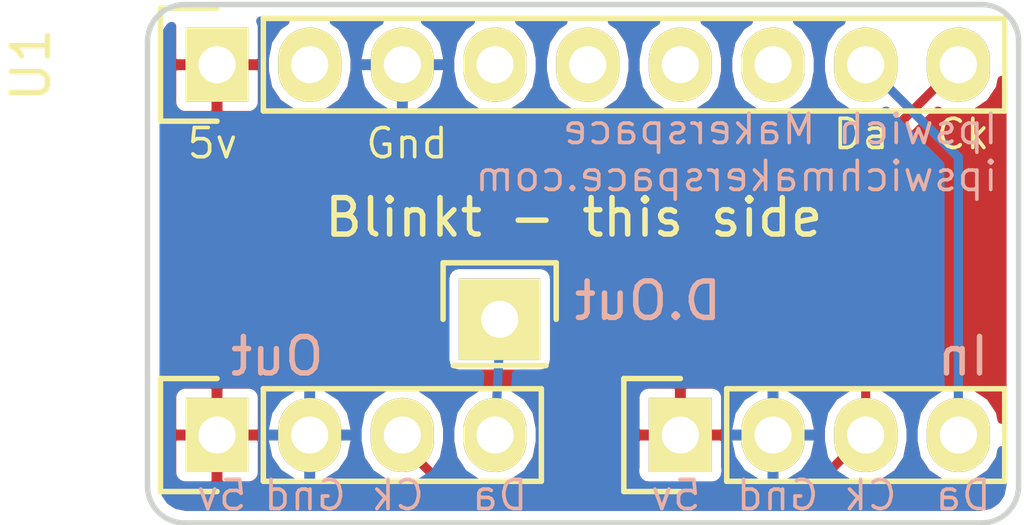
<source format=kicad_pcb>
(kicad_pcb (version 4) (host pcbnew 4.0.4-stable)

  (general
    (links 8)
    (no_connects 0)
    (area 148.23 107.879999 178.24 122.503001)
    (thickness 1.6)
    (drawings 21)
    (tracks 10)
    (zones 0)
    (modules 4)
    (nets 6)
  )

  (page A4)
  (layers
    (0 F.Cu signal)
    (31 B.Cu signal)
    (32 B.Adhes user)
    (33 F.Adhes user)
    (34 B.Paste user)
    (35 F.Paste user)
    (36 B.SilkS user)
    (37 F.SilkS user)
    (38 B.Mask user)
    (39 F.Mask user)
    (40 Dwgs.User user)
    (41 Cmts.User user)
    (42 Eco1.User user)
    (43 Eco2.User user)
    (44 Edge.Cuts user)
    (45 Margin user)
    (46 B.CrtYd user)
    (47 F.CrtYd user)
    (48 B.Fab user)
    (49 F.Fab user)
  )

  (setup
    (last_trace_width 0.25)
    (trace_clearance 0.2)
    (zone_clearance 0.254)
    (zone_45_only no)
    (trace_min 0.2)
    (segment_width 0.2)
    (edge_width 0.15)
    (via_size 0.6)
    (via_drill 0.4)
    (via_min_size 0.4)
    (via_min_drill 0.3)
    (uvia_size 0.3)
    (uvia_drill 0.1)
    (uvias_allowed no)
    (uvia_min_size 0.2)
    (uvia_min_drill 0.1)
    (pcb_text_width 0.3)
    (pcb_text_size 1.5 1.5)
    (mod_edge_width 0.15)
    (mod_text_size 1 1)
    (mod_text_width 0.15)
    (pad_size 1.524 1.524)
    (pad_drill 0.762)
    (pad_to_mask_clearance 0.2)
    (aux_axis_origin 0 0)
    (visible_elements FFFFFF7F)
    (pcbplotparams
      (layerselection 0x010f0_80000001)
      (usegerberextensions false)
      (excludeedgelayer true)
      (linewidth 0.100000)
      (plotframeref false)
      (viasonmask false)
      (mode 1)
      (useauxorigin false)
      (hpglpennumber 1)
      (hpglpenspeed 20)
      (hpglpendiameter 15)
      (hpglpenoverlay 2)
      (psnegative false)
      (psa4output false)
      (plotreference true)
      (plotvalue true)
      (plotinvisibletext false)
      (padsonsilk false)
      (subtractmaskfromsilk false)
      (outputformat 1)
      (mirror false)
      (drillshape 0)
      (scaleselection 1)
      (outputdirectory ""))
  )

  (net 0 "")
  (net 1 "Net-(P1-Pad1)")
  (net 2 "Net-(P1-Pad2)")
  (net 3 "Net-(P1-Pad3)")
  (net 4 "Net-(P1-Pad4)")
  (net 5 "Net-(P2-Pad4)")

  (net_class Default "This is the default net class."
    (clearance 0.2)
    (trace_width 0.25)
    (via_dia 0.6)
    (via_drill 0.4)
    (uvia_dia 0.3)
    (uvia_drill 0.1)
    (add_net "Net-(P1-Pad1)")
    (add_net "Net-(P1-Pad2)")
    (add_net "Net-(P1-Pad3)")
    (add_net "Net-(P1-Pad4)")
    (add_net "Net-(P2-Pad4)")
  )

  (module Pin_Headers:Pin_Header_Straight_1x09 locked (layer F.Cu) (tedit 58A78AD5) (tstamp 58A77EF1)
    (at 154.305 109.855 90)
    (descr "Through hole pin header")
    (tags "pin header")
    (path /58A77B56)
    (fp_text reference U1 (at 0 -5.1 90) (layer F.SilkS)
      (effects (font (size 1 1) (thickness 0.15)))
    )
    (fp_text value Blinkt (at -2.54 10.16 180) (layer F.Fab) hide
      (effects (font (size 1 1) (thickness 0.15)))
    )
    (fp_line (start -1.75 -1.75) (end -1.75 22.1) (layer F.CrtYd) (width 0.05))
    (fp_line (start 1.75 -1.75) (end 1.75 22.1) (layer F.CrtYd) (width 0.05))
    (fp_line (start -1.75 -1.75) (end 1.75 -1.75) (layer F.CrtYd) (width 0.05))
    (fp_line (start -1.75 22.1) (end 1.75 22.1) (layer F.CrtYd) (width 0.05))
    (fp_line (start 1.27 1.27) (end 1.27 21.59) (layer F.SilkS) (width 0.15))
    (fp_line (start 1.27 21.59) (end -1.27 21.59) (layer F.SilkS) (width 0.15))
    (fp_line (start -1.27 21.59) (end -1.27 1.27) (layer F.SilkS) (width 0.15))
    (fp_line (start 1.55 -1.55) (end 1.55 0) (layer F.SilkS) (width 0.15))
    (fp_line (start 1.27 1.27) (end -1.27 1.27) (layer F.SilkS) (width 0.15))
    (fp_line (start -1.55 0) (end -1.55 -1.55) (layer F.SilkS) (width 0.15))
    (fp_line (start -1.55 -1.55) (end 1.55 -1.55) (layer F.SilkS) (width 0.15))
    (pad 1 thru_hole rect (at 0 0 90) (size 2.032 1.7272) (drill 1.016) (layers *.Cu *.Mask F.SilkS)
      (net 1 "Net-(P1-Pad1)"))
    (pad 2 thru_hole oval (at 0 2.54 90) (size 2.032 1.7272) (drill 1.016) (layers *.Cu *.Mask F.SilkS))
    (pad 3 thru_hole oval (at 0 5.08 90) (size 2.032 1.7272) (drill 1.016) (layers *.Cu *.Mask F.SilkS)
      (net 2 "Net-(P1-Pad2)"))
    (pad 4 thru_hole oval (at 0 7.62 90) (size 2.032 1.7272) (drill 1.016) (layers *.Cu *.Mask F.SilkS))
    (pad 5 thru_hole oval (at 0 10.16 90) (size 2.032 1.7272) (drill 1.016) (layers *.Cu *.Mask F.SilkS))
    (pad 6 thru_hole oval (at 0 12.7 90) (size 2.032 1.7272) (drill 1.016) (layers *.Cu *.Mask F.SilkS))
    (pad 7 thru_hole oval (at 0 15.24 90) (size 2.032 1.7272) (drill 1.016) (layers *.Cu *.Mask F.SilkS))
    (pad 8 thru_hole oval (at 0 17.78 90) (size 2.032 1.7272) (drill 1.016) (layers *.Cu *.Mask F.SilkS)
      (net 5 "Net-(P2-Pad4)"))
    (pad 9 thru_hole oval (at 0 20.32 90) (size 2.032 1.7272) (drill 1.016) (layers *.Cu *.Mask F.SilkS)
      (net 3 "Net-(P1-Pad3)"))
    (model Pin_Headers.3dshapes/Pin_Header_Straight_1x09.wrl
      (at (xyz 0 -0.4 0))
      (scale (xyz 1 1 1))
      (rotate (xyz 0 0 90))
    )
  )

  (module Pin_Headers:Pin_Header_Straight_1x04 (layer F.Cu) (tedit 58A78B1B) (tstamp 58A77EDC)
    (at 154.305 120.015 90)
    (descr "Through hole pin header")
    (tags "pin header")
    (path /58A77D51)
    (fp_text reference Out (at 2.159 1.651 180) (layer B.SilkS)
      (effects (font (size 1 1) (thickness 0.15)) (justify mirror))
    )
    (fp_text value Out (at 2.54 0.635 180) (layer F.Fab) hide
      (effects (font (size 1 1) (thickness 0.15)))
    )
    (fp_line (start -1.75 -1.75) (end -1.75 9.4) (layer F.CrtYd) (width 0.05))
    (fp_line (start 1.75 -1.75) (end 1.75 9.4) (layer F.CrtYd) (width 0.05))
    (fp_line (start -1.75 -1.75) (end 1.75 -1.75) (layer F.CrtYd) (width 0.05))
    (fp_line (start -1.75 9.4) (end 1.75 9.4) (layer F.CrtYd) (width 0.05))
    (fp_line (start -1.27 1.27) (end -1.27 8.89) (layer F.SilkS) (width 0.15))
    (fp_line (start 1.27 1.27) (end 1.27 8.89) (layer F.SilkS) (width 0.15))
    (fp_line (start 1.55 -1.55) (end 1.55 0) (layer F.SilkS) (width 0.15))
    (fp_line (start -1.27 8.89) (end 1.27 8.89) (layer F.SilkS) (width 0.15))
    (fp_line (start 1.27 1.27) (end -1.27 1.27) (layer F.SilkS) (width 0.15))
    (fp_line (start -1.55 0) (end -1.55 -1.55) (layer F.SilkS) (width 0.15))
    (fp_line (start -1.55 -1.55) (end 1.55 -1.55) (layer F.SilkS) (width 0.15))
    (pad 1 thru_hole rect (at 0 0 90) (size 2.032 1.7272) (drill 1.016) (layers *.Cu *.Mask F.SilkS)
      (net 1 "Net-(P1-Pad1)"))
    (pad 2 thru_hole oval (at 0 2.54 90) (size 2.032 1.7272) (drill 1.016) (layers *.Cu *.Mask F.SilkS)
      (net 2 "Net-(P1-Pad2)"))
    (pad 3 thru_hole oval (at 0 5.08 90) (size 2.032 1.7272) (drill 1.016) (layers *.Cu *.Mask F.SilkS)
      (net 3 "Net-(P1-Pad3)"))
    (pad 4 thru_hole oval (at 0 7.62 90) (size 2.032 1.7272) (drill 1.016) (layers *.Cu *.Mask F.SilkS)
      (net 4 "Net-(P1-Pad4)"))
    (model Pin_Headers.3dshapes/Pin_Header_Straight_1x04.wrl
      (at (xyz 0 -0.15 0))
      (scale (xyz 1 1 1))
      (rotate (xyz 0 0 90))
    )
  )

  (module Pin_Headers:Pin_Header_Straight_1x04 (layer F.Cu) (tedit 58A78C31) (tstamp 58A77EE4)
    (at 167.005 120.015 90)
    (descr "Through hole pin header")
    (tags "pin header")
    (path /58A77E2F)
    (fp_text reference In (at 2.159 7.747 180) (layer B.SilkS)
      (effects (font (size 1 1) (thickness 0.15)) (justify mirror))
    )
    (fp_text value In (at 2.54 0 180) (layer F.Fab) hide
      (effects (font (size 1 1) (thickness 0.15)))
    )
    (fp_line (start -1.75 -1.75) (end -1.75 9.4) (layer F.CrtYd) (width 0.05))
    (fp_line (start 1.75 -1.75) (end 1.75 9.4) (layer F.CrtYd) (width 0.05))
    (fp_line (start -1.75 -1.75) (end 1.75 -1.75) (layer F.CrtYd) (width 0.05))
    (fp_line (start -1.75 9.4) (end 1.75 9.4) (layer F.CrtYd) (width 0.05))
    (fp_line (start -1.27 1.27) (end -1.27 8.89) (layer F.SilkS) (width 0.15))
    (fp_line (start 1.27 1.27) (end 1.27 8.89) (layer F.SilkS) (width 0.15))
    (fp_line (start 1.55 -1.55) (end 1.55 0) (layer F.SilkS) (width 0.15))
    (fp_line (start -1.27 8.89) (end 1.27 8.89) (layer F.SilkS) (width 0.15))
    (fp_line (start 1.27 1.27) (end -1.27 1.27) (layer F.SilkS) (width 0.15))
    (fp_line (start -1.55 0) (end -1.55 -1.55) (layer F.SilkS) (width 0.15))
    (fp_line (start -1.55 -1.55) (end 1.55 -1.55) (layer F.SilkS) (width 0.15))
    (pad 1 thru_hole rect (at 0 0 90) (size 2.032 1.7272) (drill 1.016) (layers *.Cu *.Mask F.SilkS)
      (net 1 "Net-(P1-Pad1)"))
    (pad 2 thru_hole oval (at 0 2.54 90) (size 2.032 1.7272) (drill 1.016) (layers *.Cu *.Mask F.SilkS)
      (net 2 "Net-(P1-Pad2)"))
    (pad 3 thru_hole oval (at 0 5.08 90) (size 2.032 1.7272) (drill 1.016) (layers *.Cu *.Mask F.SilkS)
      (net 3 "Net-(P1-Pad3)"))
    (pad 4 thru_hole oval (at 0 7.62 90) (size 2.032 1.7272) (drill 1.016) (layers *.Cu *.Mask F.SilkS)
      (net 5 "Net-(P2-Pad4)"))
    (model Pin_Headers.3dshapes/Pin_Header_Straight_1x04.wrl
      (at (xyz 0 -0.15 0))
      (scale (xyz 1 1 1))
      (rotate (xyz 0 0 90))
    )
  )

  (module Pin_Headers:Pin_Header_Straight_1x01 (layer F.Cu) (tedit 58A78DD6) (tstamp 58A78362)
    (at 162.052 116.84)
    (descr "Through hole pin header")
    (tags "pin header")
    (path /58A78315)
    (fp_text reference "Blinkt - this side" (at 2.032 -2.794) (layer F.SilkS)
      (effects (font (size 1 1) (thickness 0.15)))
    )
    (fp_text value D.Out (at 4.064 -0.508) (layer B.SilkS)
      (effects (font (size 1 1) (thickness 0.15)) (justify mirror))
    )
    (fp_line (start 1.55 -1.55) (end 1.55 0) (layer F.SilkS) (width 0.15))
    (fp_line (start -1.75 -1.75) (end -1.75 1.75) (layer F.CrtYd) (width 0.05))
    (fp_line (start 1.75 -1.75) (end 1.75 1.75) (layer F.CrtYd) (width 0.05))
    (fp_line (start -1.75 -1.75) (end 1.75 -1.75) (layer F.CrtYd) (width 0.05))
    (fp_line (start -1.75 1.75) (end 1.75 1.75) (layer F.CrtYd) (width 0.05))
    (fp_line (start -1.55 0) (end -1.55 -1.55) (layer F.SilkS) (width 0.15))
    (fp_line (start -1.55 -1.55) (end 1.55 -1.55) (layer F.SilkS) (width 0.15))
    (fp_line (start -1.27 1.27) (end 1.27 1.27) (layer F.SilkS) (width 0.15))
    (pad 1 thru_hole rect (at 0 0) (size 2.2352 2.2352) (drill 1.016) (layers *.Cu *.Mask F.SilkS)
      (net 4 "Net-(P1-Pad4)"))
    (model Pin_Headers.3dshapes/Pin_Header_Straight_1x01.wrl
      (at (xyz 0 0 0))
      (scale (xyz 1 1 1))
      (rotate (xyz 0 0 90))
    )
  )

  (gr_text Ck (at 174.752 111.76) (layer F.SilkS)
    (effects (font (size 0.8 0.8) (thickness 0.1)))
  )
  (gr_text Da (at 171.958 111.76) (layer F.SilkS)
    (effects (font (size 0.8 0.8) (thickness 0.1)))
  )
  (gr_text Gnd (at 159.512 112.014) (layer F.SilkS)
    (effects (font (size 0.8 0.8) (thickness 0.1)))
  )
  (gr_text 5v (at 154.178 112.014) (layer F.SilkS)
    (effects (font (size 0.8 0.8) (thickness 0.1)))
  )
  (gr_text Da (at 174.752 121.666) (layer B.SilkS)
    (effects (font (size 0.8 0.8) (thickness 0.1)) (justify mirror))
  )
  (gr_text Da (at 162.052 121.666) (layer B.SilkS)
    (effects (font (size 0.8 0.8) (thickness 0.1)) (justify mirror))
  )
  (gr_text Ck (at 172.212 121.666) (layer B.SilkS)
    (effects (font (size 0.8 0.8) (thickness 0.1)) (justify mirror))
  )
  (gr_text Ck (at 159.258 121.666) (layer B.SilkS)
    (effects (font (size 0.8 0.8) (thickness 0.1)) (justify mirror))
  )
  (gr_text "Gnd\n" (at 169.672 121.666) (layer B.SilkS)
    (effects (font (size 0.8 0.8) (thickness 0.1)) (justify mirror))
  )
  (gr_text "Gnd\n" (at 156.718 121.666) (layer B.SilkS)
    (effects (font (size 0.8 0.8) (thickness 0.1)) (justify mirror))
  )
  (gr_text 5v (at 166.878 121.666) (layer B.SilkS)
    (effects (font (size 0.8 0.8) (thickness 0.1)) (justify mirror))
  )
  (gr_text 5v (at 154.432 121.666) (layer B.SilkS)
    (effects (font (size 0.8 0.8) (thickness 0.1)) (justify mirror))
  )
  (gr_text "Ipswich Makerspace\nipswichmakerspace.com" (at 175.768 112.268) (layer B.SilkS)
    (effects (font (size 0.8 0.8) (thickness 0.1)) (justify left mirror))
  )
  (gr_line (start 153.416 108.204) (end 175.26 108.204) (angle 90) (layer Edge.Cuts) (width 0.15))
  (gr_line (start 152.4 121.412) (end 152.4 109.22) (angle 90) (layer Edge.Cuts) (width 0.15))
  (gr_line (start 175.26 122.428) (end 153.416 122.428) (angle 90) (layer Edge.Cuts) (width 0.15))
  (gr_line (start 176.276 109.22) (end 176.276 121.412) (angle 90) (layer Edge.Cuts) (width 0.15))
  (gr_arc (start 175.26 121.412) (end 176.276 121.412) (angle 90) (layer Edge.Cuts) (width 0.15))
  (gr_arc (start 153.416 121.412) (end 153.416 122.428) (angle 90) (layer Edge.Cuts) (width 0.15))
  (gr_arc (start 153.416 109.22) (end 152.4 109.22) (angle 90) (layer Edge.Cuts) (width 0.15))
  (gr_arc (start 175.26 109.22) (end 175.26 108.204) (angle 90) (layer Edge.Cuts) (width 0.15))

  (segment (start 172.085 120.015) (end 170.688 121.412) (width 0.25) (layer F.Cu) (net 3) (status 400000))
  (segment (start 160.528 121.412) (end 159.385 120.269) (width 0.25) (layer F.Cu) (net 3) (tstamp 58A7889E) (status 800000))
  (segment (start 170.688 121.412) (end 160.528 121.412) (width 0.25) (layer F.Cu) (net 3) (tstamp 58A7889A))
  (segment (start 159.385 120.269) (end 159.385 120.015) (width 0.25) (layer F.Cu) (net 3) (tstamp 58A788A1) (status C00000))
  (segment (start 172.085 120.015) (end 172.085 112.395) (width 0.25) (layer F.Cu) (net 3) (status 10))
  (segment (start 172.085 112.395) (end 174.625 109.855) (width 0.25) (layer F.Cu) (net 3) (tstamp 58A78086))
  (segment (start 162.052 116.84) (end 162.052 117.475) (width 0.25) (layer B.Cu) (net 4) (status 30))
  (segment (start 162.052 117.475) (end 161.925 120.015) (width 0.25) (layer B.Cu) (net 4) (tstamp 58A783E9) (status 10))
  (segment (start 174.625 120.015) (end 174.625 112.395) (width 0.25) (layer B.Cu) (net 5) (status 10))
  (segment (start 174.625 112.395) (end 172.085 109.855) (width 0.25) (layer B.Cu) (net 5) (tstamp 58A78147))

  (zone (net 1) (net_name "Net-(P1-Pad1)") (layer F.Cu) (tstamp 58A7872A) (hatch edge 0.508)
    (connect_pads (clearance 0.254))
    (min_thickness 0.254)
    (fill yes (arc_segments 16) (thermal_gap 0.254) (thermal_bridge_width 0.3))
    (polygon
      (pts
        (xy 152.4 108.204) (xy 176.276 108.204) (xy 176.276 122.428) (xy 152.4 122.428)
      )
    )
    (filled_polygon
      (pts
        (xy 155.964935 108.795166) (xy 155.69514 109.198943) (xy 155.6004 109.675231) (xy 155.6004 110.034769) (xy 155.69514 110.511057)
        (xy 155.964935 110.914834) (xy 156.368712 111.184629) (xy 156.845 111.279369) (xy 157.321288 111.184629) (xy 157.725065 110.914834)
        (xy 157.99486 110.511057) (xy 158.0896 110.034769) (xy 158.0896 109.675231) (xy 157.99486 109.198943) (xy 157.725065 108.795166)
        (xy 157.522775 108.66) (xy 158.707225 108.66) (xy 158.504935 108.795166) (xy 158.23514 109.198943) (xy 158.1404 109.675231)
        (xy 158.1404 110.034769) (xy 158.23514 110.511057) (xy 158.504935 110.914834) (xy 158.908712 111.184629) (xy 159.385 111.279369)
        (xy 159.861288 111.184629) (xy 160.265065 110.914834) (xy 160.53486 110.511057) (xy 160.6296 110.034769) (xy 160.6296 109.675231)
        (xy 160.53486 109.198943) (xy 160.265065 108.795166) (xy 160.062775 108.66) (xy 161.247225 108.66) (xy 161.044935 108.795166)
        (xy 160.77514 109.198943) (xy 160.6804 109.675231) (xy 160.6804 110.034769) (xy 160.77514 110.511057) (xy 161.044935 110.914834)
        (xy 161.448712 111.184629) (xy 161.925 111.279369) (xy 162.401288 111.184629) (xy 162.805065 110.914834) (xy 163.07486 110.511057)
        (xy 163.1696 110.034769) (xy 163.1696 109.675231) (xy 163.07486 109.198943) (xy 162.805065 108.795166) (xy 162.602775 108.66)
        (xy 163.787225 108.66) (xy 163.584935 108.795166) (xy 163.31514 109.198943) (xy 163.2204 109.675231) (xy 163.2204 110.034769)
        (xy 163.31514 110.511057) (xy 163.584935 110.914834) (xy 163.988712 111.184629) (xy 164.465 111.279369) (xy 164.941288 111.184629)
        (xy 165.345065 110.914834) (xy 165.61486 110.511057) (xy 165.7096 110.034769) (xy 165.7096 109.675231) (xy 165.61486 109.198943)
        (xy 165.345065 108.795166) (xy 165.142775 108.66) (xy 166.327225 108.66) (xy 166.124935 108.795166) (xy 165.85514 109.198943)
        (xy 165.7604 109.675231) (xy 165.7604 110.034769) (xy 165.85514 110.511057) (xy 166.124935 110.914834) (xy 166.528712 111.184629)
        (xy 167.005 111.279369) (xy 167.481288 111.184629) (xy 167.885065 110.914834) (xy 168.15486 110.511057) (xy 168.2496 110.034769)
        (xy 168.2496 109.675231) (xy 168.15486 109.198943) (xy 167.885065 108.795166) (xy 167.682775 108.66) (xy 168.867225 108.66)
        (xy 168.664935 108.795166) (xy 168.39514 109.198943) (xy 168.3004 109.675231) (xy 168.3004 110.034769) (xy 168.39514 110.511057)
        (xy 168.664935 110.914834) (xy 169.068712 111.184629) (xy 169.545 111.279369) (xy 170.021288 111.184629) (xy 170.425065 110.914834)
        (xy 170.69486 110.511057) (xy 170.7896 110.034769) (xy 170.7896 109.675231) (xy 170.69486 109.198943) (xy 170.425065 108.795166)
        (xy 170.222775 108.66) (xy 171.407225 108.66) (xy 171.204935 108.795166) (xy 170.93514 109.198943) (xy 170.8404 109.675231)
        (xy 170.8404 110.034769) (xy 170.93514 110.511057) (xy 171.204935 110.914834) (xy 171.608712 111.184629) (xy 172.085 111.279369)
        (xy 172.561288 111.184629) (xy 172.617014 111.147394) (xy 171.727204 112.037204) (xy 171.617517 112.201362) (xy 171.579 112.395)
        (xy 171.579 118.705224) (xy 171.204935 118.955166) (xy 170.93514 119.358943) (xy 170.8404 119.835231) (xy 170.8404 120.194769)
        (xy 170.898343 120.486065) (xy 170.657625 120.726783) (xy 170.69486 120.671057) (xy 170.7896 120.194769) (xy 170.7896 119.835231)
        (xy 170.69486 119.358943) (xy 170.425065 118.955166) (xy 170.021288 118.685371) (xy 169.545 118.590631) (xy 169.068712 118.685371)
        (xy 168.664935 118.955166) (xy 168.39514 119.358943) (xy 168.3004 119.835231) (xy 168.3004 120.194769) (xy 168.39514 120.671057)
        (xy 168.552124 120.906) (xy 168.2496 120.906) (xy 168.2496 120.13325) (xy 168.15435 120.038) (xy 167.028 120.038)
        (xy 167.028 120.058) (xy 166.982 120.058) (xy 166.982 120.038) (xy 165.85565 120.038) (xy 165.7604 120.13325)
        (xy 165.7604 120.906) (xy 162.917876 120.906) (xy 163.07486 120.671057) (xy 163.1696 120.194769) (xy 163.1696 119.835231)
        (xy 163.07486 119.358943) (xy 162.805065 118.955166) (xy 162.757246 118.923214) (xy 165.7604 118.923214) (xy 165.7604 119.89675)
        (xy 165.85565 119.992) (xy 166.982 119.992) (xy 166.982 118.71325) (xy 167.028 118.71325) (xy 167.028 119.992)
        (xy 168.15435 119.992) (xy 168.2496 119.89675) (xy 168.2496 118.923214) (xy 168.191596 118.78318) (xy 168.084419 118.676004)
        (xy 167.944385 118.618) (xy 167.12325 118.618) (xy 167.028 118.71325) (xy 166.982 118.71325) (xy 166.88675 118.618)
        (xy 166.065615 118.618) (xy 165.925581 118.676004) (xy 165.818404 118.78318) (xy 165.7604 118.923214) (xy 162.757246 118.923214)
        (xy 162.401288 118.685371) (xy 161.925 118.590631) (xy 161.448712 118.685371) (xy 161.044935 118.955166) (xy 160.77514 119.358943)
        (xy 160.6804 119.835231) (xy 160.6804 120.194769) (xy 160.77514 120.671057) (xy 160.932124 120.906) (xy 160.737592 120.906)
        (xy 160.521958 120.690366) (xy 160.53486 120.671057) (xy 160.6296 120.194769) (xy 160.6296 119.835231) (xy 160.53486 119.358943)
        (xy 160.265065 118.955166) (xy 159.861288 118.685371) (xy 159.385 118.590631) (xy 158.908712 118.685371) (xy 158.504935 118.955166)
        (xy 158.23514 119.358943) (xy 158.1404 119.835231) (xy 158.1404 120.194769) (xy 158.23514 120.671057) (xy 158.504935 121.074834)
        (xy 158.908712 121.344629) (xy 159.385 121.439369) (xy 159.764324 121.363916) (xy 160.170204 121.769796) (xy 160.334362 121.879483)
        (xy 160.528 121.918) (xy 170.688 121.918) (xy 170.881638 121.879483) (xy 171.045796 121.769796) (xy 171.526137 121.289455)
        (xy 171.608712 121.344629) (xy 172.085 121.439369) (xy 172.561288 121.344629) (xy 172.965065 121.074834) (xy 173.23486 120.671057)
        (xy 173.3296 120.194769) (xy 173.3296 119.835231) (xy 173.23486 119.358943) (xy 172.965065 118.955166) (xy 172.591 118.705224)
        (xy 172.591 112.604592) (xy 174.066137 111.129455) (xy 174.148712 111.184629) (xy 174.625 111.279369) (xy 175.101288 111.184629)
        (xy 175.505065 110.914834) (xy 175.77486 110.511057) (xy 175.82 110.284124) (xy 175.82 119.585876) (xy 175.77486 119.358943)
        (xy 175.505065 118.955166) (xy 175.101288 118.685371) (xy 174.625 118.590631) (xy 174.148712 118.685371) (xy 173.744935 118.955166)
        (xy 173.47514 119.358943) (xy 173.3804 119.835231) (xy 173.3804 120.194769) (xy 173.47514 120.671057) (xy 173.744935 121.074834)
        (xy 174.148712 121.344629) (xy 174.625 121.439369) (xy 175.101288 121.344629) (xy 175.505065 121.074834) (xy 175.77486 120.671057)
        (xy 175.82 120.444124) (xy 175.82 121.367089) (xy 175.76912 121.622882) (xy 175.649662 121.801662) (xy 175.470882 121.92112)
        (xy 175.215089 121.972) (xy 153.460911 121.972) (xy 153.205118 121.92112) (xy 153.026338 121.801662) (xy 152.90688 121.622882)
        (xy 152.856 121.367089) (xy 152.856 120.13325) (xy 153.0604 120.13325) (xy 153.0604 121.106786) (xy 153.118404 121.24682)
        (xy 153.225581 121.353996) (xy 153.365615 121.412) (xy 154.18675 121.412) (xy 154.282 121.31675) (xy 154.282 120.038)
        (xy 154.328 120.038) (xy 154.328 121.31675) (xy 154.42325 121.412) (xy 155.244385 121.412) (xy 155.384419 121.353996)
        (xy 155.491596 121.24682) (xy 155.5496 121.106786) (xy 155.5496 120.13325) (xy 155.45435 120.038) (xy 154.328 120.038)
        (xy 154.282 120.038) (xy 153.15565 120.038) (xy 153.0604 120.13325) (xy 152.856 120.13325) (xy 152.856 118.923214)
        (xy 153.0604 118.923214) (xy 153.0604 119.89675) (xy 153.15565 119.992) (xy 154.282 119.992) (xy 154.282 118.71325)
        (xy 154.328 118.71325) (xy 154.328 119.992) (xy 155.45435 119.992) (xy 155.5496 119.89675) (xy 155.5496 119.835231)
        (xy 155.6004 119.835231) (xy 155.6004 120.194769) (xy 155.69514 120.671057) (xy 155.964935 121.074834) (xy 156.368712 121.344629)
        (xy 156.845 121.439369) (xy 157.321288 121.344629) (xy 157.725065 121.074834) (xy 157.99486 120.671057) (xy 158.0896 120.194769)
        (xy 158.0896 119.835231) (xy 157.99486 119.358943) (xy 157.725065 118.955166) (xy 157.321288 118.685371) (xy 156.845 118.590631)
        (xy 156.368712 118.685371) (xy 155.964935 118.955166) (xy 155.69514 119.358943) (xy 155.6004 119.835231) (xy 155.5496 119.835231)
        (xy 155.5496 118.923214) (xy 155.491596 118.78318) (xy 155.384419 118.676004) (xy 155.244385 118.618) (xy 154.42325 118.618)
        (xy 154.328 118.71325) (xy 154.282 118.71325) (xy 154.18675 118.618) (xy 153.365615 118.618) (xy 153.225581 118.676004)
        (xy 153.118404 118.78318) (xy 153.0604 118.923214) (xy 152.856 118.923214) (xy 152.856 115.7224) (xy 160.545936 115.7224)
        (xy 160.545936 117.9576) (xy 160.572503 118.09879) (xy 160.655946 118.228465) (xy 160.783266 118.315459) (xy 160.9344 118.346064)
        (xy 163.1696 118.346064) (xy 163.31079 118.319497) (xy 163.440465 118.236054) (xy 163.527459 118.108734) (xy 163.558064 117.9576)
        (xy 163.558064 115.7224) (xy 163.531497 115.58121) (xy 163.448054 115.451535) (xy 163.320734 115.364541) (xy 163.1696 115.333936)
        (xy 160.9344 115.333936) (xy 160.79321 115.360503) (xy 160.663535 115.443946) (xy 160.576541 115.571266) (xy 160.545936 115.7224)
        (xy 152.856 115.7224) (xy 152.856 109.97325) (xy 153.0604 109.97325) (xy 153.0604 110.946786) (xy 153.118404 111.08682)
        (xy 153.225581 111.193996) (xy 153.365615 111.252) (xy 154.18675 111.252) (xy 154.282 111.15675) (xy 154.282 109.878)
        (xy 154.328 109.878) (xy 154.328 111.15675) (xy 154.42325 111.252) (xy 155.244385 111.252) (xy 155.384419 111.193996)
        (xy 155.491596 111.08682) (xy 155.5496 110.946786) (xy 155.5496 109.97325) (xy 155.45435 109.878) (xy 154.328 109.878)
        (xy 154.282 109.878) (xy 153.15565 109.878) (xy 153.0604 109.97325) (xy 152.856 109.97325) (xy 152.856 109.264911)
        (xy 152.90688 109.009118) (xy 153.026338 108.830338) (xy 153.0604 108.807578) (xy 153.0604 109.73675) (xy 153.15565 109.832)
        (xy 154.282 109.832) (xy 154.282 109.812) (xy 154.328 109.812) (xy 154.328 109.832) (xy 155.45435 109.832)
        (xy 155.5496 109.73675) (xy 155.5496 108.763214) (xy 155.506847 108.66) (xy 156.167225 108.66)
      )
    )
  )
  (zone (net 2) (net_name "Net-(P1-Pad2)") (layer B.Cu) (tstamp 58A7875F) (hatch edge 0.508)
    (connect_pads (clearance 0.254))
    (min_thickness 0.254)
    (fill yes (arc_segments 16) (thermal_gap 0.254) (thermal_bridge_width 0.3))
    (polygon
      (pts
        (xy 176.276 122.428) (xy 152.4 122.428) (xy 152.4 108.204) (xy 176.276 108.204)
      )
    )
    (filled_polygon
      (pts
        (xy 155.964935 108.795166) (xy 155.69514 109.198943) (xy 155.6004 109.675231) (xy 155.6004 110.034769) (xy 155.69514 110.511057)
        (xy 155.964935 110.914834) (xy 156.368712 111.184629) (xy 156.845 111.279369) (xy 157.321288 111.184629) (xy 157.725065 110.914834)
        (xy 157.99486 110.511057) (xy 158.0896 110.034769) (xy 158.0896 109.878) (xy 158.1404 109.878) (xy 158.1404 110.0304)
        (xy 158.243941 110.504937) (xy 158.521198 110.903729) (xy 158.929961 111.166063) (xy 159.167618 111.232869) (xy 159.362 111.15652)
        (xy 159.362 109.878) (xy 159.408 109.878) (xy 159.408 111.15652) (xy 159.602382 111.232869) (xy 159.840039 111.166063)
        (xy 160.248802 110.903729) (xy 160.526059 110.504937) (xy 160.6296 110.0304) (xy 160.6296 109.878) (xy 159.408 109.878)
        (xy 159.362 109.878) (xy 158.1404 109.878) (xy 158.0896 109.878) (xy 158.0896 109.675231) (xy 157.99486 109.198943)
        (xy 157.725065 108.795166) (xy 157.522775 108.66) (xy 158.749114 108.66) (xy 158.521198 108.806271) (xy 158.243941 109.205063)
        (xy 158.1404 109.6796) (xy 158.1404 109.832) (xy 159.362 109.832) (xy 159.362 109.812) (xy 159.408 109.812)
        (xy 159.408 109.832) (xy 160.6296 109.832) (xy 160.6296 109.6796) (xy 160.526059 109.205063) (xy 160.248802 108.806271)
        (xy 160.020886 108.66) (xy 161.247225 108.66) (xy 161.044935 108.795166) (xy 160.77514 109.198943) (xy 160.6804 109.675231)
        (xy 160.6804 110.034769) (xy 160.77514 110.511057) (xy 161.044935 110.914834) (xy 161.448712 111.184629) (xy 161.925 111.279369)
        (xy 162.401288 111.184629) (xy 162.805065 110.914834) (xy 163.07486 110.511057) (xy 163.1696 110.034769) (xy 163.1696 109.675231)
        (xy 163.07486 109.198943) (xy 162.805065 108.795166) (xy 162.602775 108.66) (xy 163.787225 108.66) (xy 163.584935 108.795166)
        (xy 163.31514 109.198943) (xy 163.2204 109.675231) (xy 163.2204 110.034769) (xy 163.31514 110.511057) (xy 163.584935 110.914834)
        (xy 163.988712 111.184629) (xy 164.465 111.279369) (xy 164.941288 111.184629) (xy 165.345065 110.914834) (xy 165.61486 110.511057)
        (xy 165.7096 110.034769) (xy 165.7096 109.675231) (xy 165.61486 109.198943) (xy 165.345065 108.795166) (xy 165.142775 108.66)
        (xy 166.327225 108.66) (xy 166.124935 108.795166) (xy 165.85514 109.198943) (xy 165.7604 109.675231) (xy 165.7604 110.034769)
        (xy 165.85514 110.511057) (xy 166.124935 110.914834) (xy 166.528712 111.184629) (xy 167.005 111.279369) (xy 167.481288 111.184629)
        (xy 167.885065 110.914834) (xy 168.15486 110.511057) (xy 168.2496 110.034769) (xy 168.2496 109.675231) (xy 168.15486 109.198943)
        (xy 167.885065 108.795166) (xy 167.682775 108.66) (xy 168.867225 108.66) (xy 168.664935 108.795166) (xy 168.39514 109.198943)
        (xy 168.3004 109.675231) (xy 168.3004 110.034769) (xy 168.39514 110.511057) (xy 168.664935 110.914834) (xy 169.068712 111.184629)
        (xy 169.545 111.279369) (xy 170.021288 111.184629) (xy 170.425065 110.914834) (xy 170.69486 110.511057) (xy 170.7896 110.034769)
        (xy 170.7896 109.675231) (xy 170.69486 109.198943) (xy 170.425065 108.795166) (xy 170.222775 108.66) (xy 171.407225 108.66)
        (xy 171.204935 108.795166) (xy 170.93514 109.198943) (xy 170.8404 109.675231) (xy 170.8404 110.034769) (xy 170.93514 110.511057)
        (xy 171.204935 110.914834) (xy 171.608712 111.184629) (xy 172.085 111.279369) (xy 172.561288 111.184629) (xy 172.643863 111.129455)
        (xy 174.119 112.604592) (xy 174.119 118.705224) (xy 173.744935 118.955166) (xy 173.47514 119.358943) (xy 173.3804 119.835231)
        (xy 173.3804 120.194769) (xy 173.47514 120.671057) (xy 173.744935 121.074834) (xy 174.148712 121.344629) (xy 174.625 121.439369)
        (xy 175.101288 121.344629) (xy 175.505065 121.074834) (xy 175.77486 120.671057) (xy 175.82 120.444124) (xy 175.82 121.367089)
        (xy 175.76912 121.622882) (xy 175.649662 121.801662) (xy 175.470882 121.92112) (xy 175.215089 121.972) (xy 153.460911 121.972)
        (xy 153.205118 121.92112) (xy 153.026338 121.801662) (xy 152.90688 121.622882) (xy 152.856 121.367089) (xy 152.856 118.999)
        (xy 153.052936 118.999) (xy 153.052936 121.031) (xy 153.079503 121.17219) (xy 153.162946 121.301865) (xy 153.290266 121.388859)
        (xy 153.4414 121.419464) (xy 155.1686 121.419464) (xy 155.30979 121.392897) (xy 155.439465 121.309454) (xy 155.526459 121.182134)
        (xy 155.557064 121.031) (xy 155.557064 120.038) (xy 155.6004 120.038) (xy 155.6004 120.1904) (xy 155.703941 120.664937)
        (xy 155.981198 121.063729) (xy 156.389961 121.326063) (xy 156.627618 121.392869) (xy 156.822 121.31652) (xy 156.822 120.038)
        (xy 156.868 120.038) (xy 156.868 121.31652) (xy 157.062382 121.392869) (xy 157.300039 121.326063) (xy 157.708802 121.063729)
        (xy 157.986059 120.664937) (xy 158.0896 120.1904) (xy 158.0896 120.038) (xy 156.868 120.038) (xy 156.822 120.038)
        (xy 155.6004 120.038) (xy 155.557064 120.038) (xy 155.557064 119.8396) (xy 155.6004 119.8396) (xy 155.6004 119.992)
        (xy 156.822 119.992) (xy 156.822 118.71348) (xy 156.868 118.71348) (xy 156.868 119.992) (xy 158.0896 119.992)
        (xy 158.0896 119.8396) (xy 158.088647 119.835231) (xy 158.1404 119.835231) (xy 158.1404 120.194769) (xy 158.23514 120.671057)
        (xy 158.504935 121.074834) (xy 158.908712 121.344629) (xy 159.385 121.439369) (xy 159.861288 121.344629) (xy 160.265065 121.074834)
        (xy 160.53486 120.671057) (xy 160.6296 120.194769) (xy 160.6296 119.835231) (xy 160.53486 119.358943) (xy 160.265065 118.955166)
        (xy 159.861288 118.685371) (xy 159.385 118.590631) (xy 158.908712 118.685371) (xy 158.504935 118.955166) (xy 158.23514 119.358943)
        (xy 158.1404 119.835231) (xy 158.088647 119.835231) (xy 157.986059 119.365063) (xy 157.708802 118.966271) (xy 157.300039 118.703937)
        (xy 157.062382 118.637131) (xy 156.868 118.71348) (xy 156.822 118.71348) (xy 156.627618 118.637131) (xy 156.389961 118.703937)
        (xy 155.981198 118.966271) (xy 155.703941 119.365063) (xy 155.6004 119.8396) (xy 155.557064 119.8396) (xy 155.557064 118.999)
        (xy 155.530497 118.85781) (xy 155.447054 118.728135) (xy 155.319734 118.641141) (xy 155.1686 118.610536) (xy 153.4414 118.610536)
        (xy 153.30021 118.637103) (xy 153.170535 118.720546) (xy 153.083541 118.847866) (xy 153.052936 118.999) (xy 152.856 118.999)
        (xy 152.856 115.7224) (xy 160.545936 115.7224) (xy 160.545936 117.9576) (xy 160.572503 118.09879) (xy 160.655946 118.228465)
        (xy 160.783266 118.315459) (xy 160.9344 118.346064) (xy 161.501814 118.346064) (xy 161.485212 118.678111) (xy 161.448712 118.685371)
        (xy 161.044935 118.955166) (xy 160.77514 119.358943) (xy 160.6804 119.835231) (xy 160.6804 120.194769) (xy 160.77514 120.671057)
        (xy 161.044935 121.074834) (xy 161.448712 121.344629) (xy 161.925 121.439369) (xy 162.401288 121.344629) (xy 162.805065 121.074834)
        (xy 163.07486 120.671057) (xy 163.1696 120.194769) (xy 163.1696 119.835231) (xy 163.07486 119.358943) (xy 162.834354 118.999)
        (xy 165.752936 118.999) (xy 165.752936 121.031) (xy 165.779503 121.17219) (xy 165.862946 121.301865) (xy 165.990266 121.388859)
        (xy 166.1414 121.419464) (xy 167.8686 121.419464) (xy 168.00979 121.392897) (xy 168.139465 121.309454) (xy 168.226459 121.182134)
        (xy 168.257064 121.031) (xy 168.257064 120.038) (xy 168.3004 120.038) (xy 168.3004 120.1904) (xy 168.403941 120.664937)
        (xy 168.681198 121.063729) (xy 169.089961 121.326063) (xy 169.327618 121.392869) (xy 169.522 121.31652) (xy 169.522 120.038)
        (xy 169.568 120.038) (xy 169.568 121.31652) (xy 169.762382 121.392869) (xy 170.000039 121.326063) (xy 170.408802 121.063729)
        (xy 170.686059 120.664937) (xy 170.7896 120.1904) (xy 170.7896 120.038) (xy 169.568 120.038) (xy 169.522 120.038)
        (xy 168.3004 120.038) (xy 168.257064 120.038) (xy 168.257064 119.8396) (xy 168.3004 119.8396) (xy 168.3004 119.992)
        (xy 169.522 119.992) (xy 169.522 118.71348) (xy 169.568 118.71348) (xy 169.568 119.992) (xy 170.7896 119.992)
        (xy 170.7896 119.8396) (xy 170.788647 119.835231) (xy 170.8404 119.835231) (xy 170.8404 120.194769) (xy 170.93514 120.671057)
        (xy 171.204935 121.074834) (xy 171.608712 121.344629) (xy 172.085 121.439369) (xy 172.561288 121.344629) (xy 172.965065 121.074834)
        (xy 173.23486 120.671057) (xy 173.3296 120.194769) (xy 173.3296 119.835231) (xy 173.23486 119.358943) (xy 172.965065 118.955166)
        (xy 172.561288 118.685371) (xy 172.085 118.590631) (xy 171.608712 118.685371) (xy 171.204935 118.955166) (xy 170.93514 119.358943)
        (xy 170.8404 119.835231) (xy 170.788647 119.835231) (xy 170.686059 119.365063) (xy 170.408802 118.966271) (xy 170.000039 118.703937)
        (xy 169.762382 118.637131) (xy 169.568 118.71348) (xy 169.522 118.71348) (xy 169.327618 118.637131) (xy 169.089961 118.703937)
        (xy 168.681198 118.966271) (xy 168.403941 119.365063) (xy 168.3004 119.8396) (xy 168.257064 119.8396) (xy 168.257064 118.999)
        (xy 168.230497 118.85781) (xy 168.147054 118.728135) (xy 168.019734 118.641141) (xy 167.8686 118.610536) (xy 166.1414 118.610536)
        (xy 166.00021 118.637103) (xy 165.870535 118.720546) (xy 165.783541 118.847866) (xy 165.752936 118.999) (xy 162.834354 118.999)
        (xy 162.805065 118.955166) (xy 162.494984 118.747976) (xy 162.515079 118.346064) (xy 163.1696 118.346064) (xy 163.31079 118.319497)
        (xy 163.440465 118.236054) (xy 163.527459 118.108734) (xy 163.558064 117.9576) (xy 163.558064 115.7224) (xy 163.531497 115.58121)
        (xy 163.448054 115.451535) (xy 163.320734 115.364541) (xy 163.1696 115.333936) (xy 160.9344 115.333936) (xy 160.79321 115.360503)
        (xy 160.663535 115.443946) (xy 160.576541 115.571266) (xy 160.545936 115.7224) (xy 152.856 115.7224) (xy 152.856 109.264911)
        (xy 152.90688 109.009118) (xy 153.026338 108.830338) (xy 153.059127 108.808429) (xy 153.052936 108.839) (xy 153.052936 110.871)
        (xy 153.079503 111.01219) (xy 153.162946 111.141865) (xy 153.290266 111.228859) (xy 153.4414 111.259464) (xy 155.1686 111.259464)
        (xy 155.30979 111.232897) (xy 155.439465 111.149454) (xy 155.526459 111.022134) (xy 155.557064 110.871) (xy 155.557064 108.839)
        (xy 155.530497 108.69781) (xy 155.506167 108.66) (xy 156.167225 108.66)
      )
    )
  )
)

</source>
